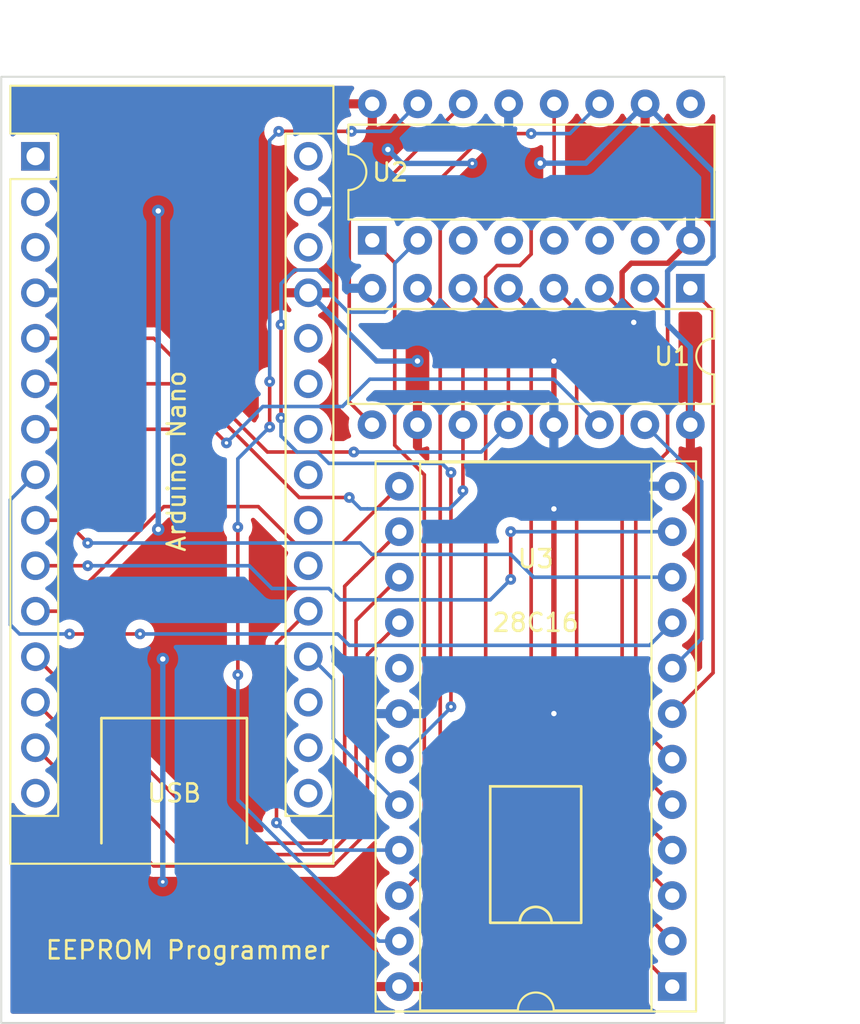
<source format=kicad_pcb>
(kicad_pcb (version 20211014) (generator pcbnew)
  (layers (0 "F.Cu" signal) (31 "B.Cu" signal) (34 "B.Paste" user) (35 "F.Paste" user) (36 "B.SilkS" user "B.Silkscreen") (37 "F.SilkS" user "F.Silkscreen") (38 "B.Mask" user) (39 "F.Mask" user) (44 "Edge.Cuts" user))
  (net 0 "")
  (net 4 "GND")
  (net 5 "/clk")
  (net 6 "/latch")
  (net 7 "/data")
  (net 8 "/D0")
  (net 9 "/D1")
  (net 10 "/D2")
  (net 11 "/D3")
  (net 12 "/D4")
  (net 13 "/D5")
  (net 14 "/D6")
  (net 15 "/D7")
  (net 19 "/~{OE}")
  (net 20 "/~{WE}")
  (net 27 "VCC")
  (net 30 "/A1")
  (net 31 "/A2")
  (net 32 "/A3")
  (net 33 "/A4")
  (net 34 "/A5")
  (net 35 "/A6")
  (net 36 "/A7")
  (net 37 "Net-(U1-Pad9)")
  (net 38 "/A0")
  (net 39 "/A9")
  (net 40 "/A10")
  (net 47 "/A8")
  (footprint "Module:Arduino_Nano" (layer "F.Cu") (at 148.717 63.246)
    (fp_text reference "Arduino Nano" (at 7.874 17.018 90) (layer "F.SilkS"))
    (fp_text value "Arduino_Nano_v2.x")
    (fp_line (start 13.97 -1.27) (end 16.64 -1.27) (layer "F.SilkS") (width 0.12))
    (fp_line (start -1.4 1.27) (end -1.4 39.5) (layer "F.SilkS") (width 0.12))
    (fp_line (start 13.97 -1.27) (end 13.97 36.83) (layer "F.SilkS") (width 0.12))
    (fp_line (start 16.64 -3.94) (end -1.4 -3.94) (layer "F.SilkS") (width 0.12))
    (fp_line (start -1.4 -3.94) (end -1.4 -1.27) (layer "F.SilkS") (width 0.12))
    (fp_line (start 1.27 -1.27) (end -1.4 -1.27) (layer "F.SilkS") (width 0.12))
    (fp_line (start 1.27 1.27) (end 1.27 36.83) (layer "F.SilkS") (width 0.12))
    (fp_line (start 16.64 39.5) (end 16.64 -3.94) (layer "F.SilkS") (width 0.12))
    (fp_line (start -1.4 39.5) (end 16.64 39.5) (layer "F.SilkS") (width 0.12))
    (fp_line (start 1.27 1.27) (end -1.4 1.27) (layer "F.SilkS") (width 0.12))
    (fp_line (start 1.27 36.83) (end -1.4 36.83) (layer "F.SilkS") (width 0.12))
    (fp_line (start 13.97 36.83) (end 16.64 36.83) (layer "F.SilkS") (width 0.12))
    (fp_line (start 1.27 1.27) (end 1.27 -1.27) (layer "F.SilkS") (width 0.12))
    (pad "1" thru_hole rect (at 0 0) (size 1.6 1.6) (drill 1) (layers *.Cu *.Mask))
    (pad "2" thru_hole oval (at 0 2.54) (size 1.6 1.6) (drill 1) (layers *.Cu *.Mask))
    (pad "3" thru_hole oval (at 0 5.08) (size 1.6 1.6) (drill 1) (layers *.Cu *.Mask))
    (pad "4" thru_hole oval (at 0 7.62) (size 1.6 1.6) (drill 1) (layers *.Cu *.Mask) (net 4 "GND"))
    (pad "5" thru_hole oval (at 0 10.16) (size 1.6 1.6) (drill 1) (layers *.Cu *.Mask) (net 5 "/clk"))
    (pad "6" thru_hole oval (at 0 12.7) (size 1.6 1.6) (drill 1) (layers *.Cu *.Mask) (net 6 "/latch"))
    (pad "7" thru_hole oval (at 0 15.24) (size 1.6 1.6) (drill 1) (layers *.Cu *.Mask) (net 7 "/data"))
    (pad "8" thru_hole oval (at 0 17.78) (size 1.6 1.6) (drill 1) (layers *.Cu *.Mask) (net 8 "/D0"))
    (pad "9" thru_hole oval (at 0 20.32) (size 1.6 1.6) (drill 1) (layers *.Cu *.Mask) (net 9 "/D1"))
    (pad "10" thru_hole oval (at 0 22.86) (size 1.6 1.6) (drill 1) (layers *.Cu *.Mask) (net 10 "/D2"))
    (pad "11" thru_hole oval (at 0 25.4) (size 1.6 1.6) (drill 1) (layers *.Cu *.Mask) (net 11 "/D3"))
    (pad "12" thru_hole oval (at 0 27.94) (size 1.6 1.6) (drill 1) (layers *.Cu *.Mask) (net 12 "/D4"))
    (pad "13" thru_hole oval (at 0 30.48) (size 1.6 1.6) (drill 1) (layers *.Cu *.Mask) (net 13 "/D5"))
    (pad "14" thru_hole oval (at 0 33.02) (size 1.6 1.6) (drill 1) (layers *.Cu *.Mask) (net 14 "/D6"))
    (pad "15" thru_hole oval (at 0 35.56) (size 1.6 1.6) (drill 1) (layers *.Cu *.Mask) (net 15 "/D7"))
    (pad "16" thru_hole oval (at 15.24 35.56) (size 1.6 1.6) (drill 1) (layers *.Cu *.Mask))
    (pad "17" thru_hole oval (at 15.24 33.02) (size 1.6 1.6) (drill 1) (layers *.Cu *.Mask))
    (pad "18" thru_hole oval (at 15.24 30.48) (size 1.6 1.6) (drill 1) (layers *.Cu *.Mask))
    (pad "19" thru_hole oval (at 15.24 27.94) (size 1.6 1.6) (drill 1) (layers *.Cu *.Mask) (net 19 "/~{OE}"))
    (pad "20" thru_hole oval (at 15.24 25.4) (size 1.6 1.6) (drill 1) (layers *.Cu *.Mask) (net 20 "/~{WE}"))
    (pad "21" thru_hole oval (at 15.24 22.86) (size 1.6 1.6) (drill 1) (layers *.Cu *.Mask))
    (pad "22" thru_hole oval (at 15.24 20.32) (size 1.6 1.6) (drill 1) (layers *.Cu *.Mask))
    (pad "23" thru_hole oval (at 15.24 17.78) (size 1.6 1.6) (drill 1) (layers *.Cu *.Mask))
    (pad "24" thru_hole oval (at 15.24 15.24) (size 1.6 1.6) (drill 1) (layers *.Cu *.Mask))
    (pad "25" thru_hole oval (at 15.24 12.7) (size 1.6 1.6) (drill 1) (layers *.Cu *.Mask))
    (pad "26" thru_hole oval (at 15.24 10.16) (size 1.6 1.6) (drill 1) (layers *.Cu *.Mask))
    (pad "27" thru_hole oval (at 15.24 7.62) (size 1.6 1.6) (drill 1) (layers *.Cu *.Mask) (net 27 "VCC"))
    (pad "28" thru_hole oval (at 15.24 5.08) (size 1.6 1.6) (drill 1) (layers *.Cu *.Mask))
    (pad "29" thru_hole oval (at 15.24 2.54) (size 1.6 1.6) (drill 1) (layers *.Cu *.Mask) (net 4 "GND"))
    (pad "30" thru_hole oval (at 15.24 0) (size 1.6 1.6) (drill 1) (layers *.Cu *.Mask))
  )
  (footprint "Package_DIP:DIP-24_W15.24mm_Socket" (layer "F.Cu") (at 184.282 109.606 180)
    (fp_text reference "U3" (at 7.625 23.881) (layer "F.SilkS"))
    (fp_text value "28C16_EEPROM")
    (fp_line (start 6.62 -1.33) (end 1.16 -1.33) (layer "F.SilkS") (width 0.12))
    (fp_line (start -1.33 -1.39) (end -1.33 29.33) (layer "F.SilkS") (width 0.12))
    (fp_line (start 14.08 -1.33) (end 8.62 -1.33) (layer "F.SilkS") (width 0.12))
    (fp_line (start 1.16 29.27) (end 14.08 29.27) (layer "F.SilkS") (width 0.12))
    (fp_line (start 16.57 29.33) (end 16.57 -1.39) (layer "F.SilkS") (width 0.12))
    (fp_line (start 1.16 -1.33) (end 1.16 29.27) (layer "F.SilkS") (width 0.12))
    (fp_line (start -1.33 29.33) (end 16.57 29.33) (layer "F.SilkS") (width 0.12))
    (fp_line (start 14.08 29.27) (end 14.08 -1.33) (layer "F.SilkS") (width 0.12))
    (fp_line (start 16.57 -1.39) (end -1.33 -1.39) (layer "F.SilkS") (width 0.12))
    (fp_arc (start 8.62 -1.33) (mid 7.62 -0.33) (end 6.62 -1.33) (layer "F.SilkS") (width 0.12))
    (pad "1" thru_hole rect (at 0 0 180) (size 1.6 1.6) (drill 0.8) (layers *.Cu *.Mask) (net 36 "/A7"))
    (pad "2" thru_hole oval (at 0 2.54 180) (size 1.6 1.6) (drill 0.8) (layers *.Cu *.Mask) (net 35 "/A6"))
    (pad "3" thru_hole oval (at 0 5.08 180) (size 1.6 1.6) (drill 0.8) (layers *.Cu *.Mask) (net 34 "/A5"))
    (pad "4" thru_hole oval (at 0 7.62 180) (size 1.6 1.6) (drill 0.8) (layers *.Cu *.Mask) (net 33 "/A4"))
    (pad "5" thru_hole oval (at 0 10.16 180) (size 1.6 1.6) (drill 0.8) (layers *.Cu *.Mask) (net 32 "/A3"))
    (pad "6" thru_hole oval (at 0 12.7 180) (size 1.6 1.6) (drill 0.8) (layers *.Cu *.Mask) (net 31 "/A2"))
    (pad "7" thru_hole oval (at 0 15.24 180) (size 1.6 1.6) (drill 0.8) (layers *.Cu *.Mask) (net 30 "/A1"))
    (pad "8" thru_hole oval (at 0 17.78 180) (size 1.6 1.6) (drill 0.8) (layers *.Cu *.Mask) (net 38 "/A0"))
    (pad "9" thru_hole oval (at 0 20.32 180) (size 1.6 1.6) (drill 0.8) (layers *.Cu *.Mask) (net 8 "/D0"))
    (pad "10" thru_hole oval (at 0 22.86 180) (size 1.6 1.6) (drill 0.8) (layers *.Cu *.Mask) (net 9 "/D1"))
    (pad "11" thru_hole oval (at 0 25.4 180) (size 1.6 1.6) (drill 0.8) (layers *.Cu *.Mask) (net 10 "/D2"))
    (pad "12" thru_hole oval (at 0 27.94 180) (size 1.6 1.6) (drill 0.8) (layers *.Cu *.Mask) (net 4 "GND"))
    (pad "13" thru_hole oval (at 15.24 27.94 180) (size 1.6 1.6) (drill 0.8) (layers *.Cu *.Mask) (net 11 "/D3"))
    (pad "14" thru_hole oval (at 15.24 25.4 180) (size 1.6 1.6) (drill 0.8) (layers *.Cu *.Mask) (net 12 "/D4"))
    (pad "15" thru_hole oval (at 15.24 22.86 180) (size 1.6 1.6) (drill 0.8) (layers *.Cu *.Mask) (net 13 "/D5"))
    (pad "16" thru_hole oval (at 15.24 20.32 180) (size 1.6 1.6) (drill 0.8) (layers *.Cu *.Mask) (net 14 "/D6"))
    (pad "17" thru_hole oval (at 15.24 17.78 180) (size 1.6 1.6) (drill 0.8) (layers *.Cu *.Mask))
    (pad "18" thru_hole oval (at 15.24 15.24 180) (size 1.6 1.6) (drill 0.8) (layers *.Cu *.Mask) (net 4 "GND"))
    (pad "19" thru_hole oval (at 15.24 12.7 180) (size 1.6 1.6) (drill 0.8) (layers *.Cu *.Mask) (net 40 "/A10"))
    (pad "20" thru_hole oval (at 15.24 10.16 180) (size 1.6 1.6) (drill 0.8) (layers *.Cu *.Mask) (net 19 "/~{OE}"))
    (pad "21" thru_hole oval (at 15.24 7.62 180) (size 1.6 1.6) (drill 0.8) (layers *.Cu *.Mask) (net 20 "/~{WE}"))
    (pad "22" thru_hole oval (at 15.24 5.08 180) (size 1.6 1.6) (drill 0.8) (layers *.Cu *.Mask) (net 39 "/A9"))
    (pad "23" thru_hole oval (at 15.24 2.54 180) (size 1.6 1.6) (drill 0.8) (layers *.Cu *.Mask) (net 47 "/A8"))
    (pad "24" thru_hole oval (at 15.24 0 180) (size 1.6 1.6) (drill 0.8) (layers *.Cu *.Mask) (net 27 "VCC"))
  )
  (footprint "Package_DIP:DIP-16_W7.62mm" (layer "F.Cu") (at 167.528 67.935 90)
    (fp_text reference "U2" (at 3.8 1.001 180) (layer "F.SilkS"))
    (fp_text value "74HC595")
    (fp_line (start 6.46 -1.33) (end 4.81 -1.33) (layer "F.SilkS") (width 0.12))
    (fp_line (start 6.46 19.11) (end 6.46 -1.33) (layer "F.SilkS") (width 0.12))
    (fp_line (start 1.16 19.11) (end 6.46 19.11) (layer "F.SilkS") (width 0.12))
    (fp_line (start 2.81 -1.33) (end 1.16 -1.33) (layer "F.SilkS") (width 0.12))
    (fp_line (start 1.16 -1.33) (end 1.16 19.11) (layer "F.SilkS") (width 0.12))
    (fp_arc (start 4.81 -1.33) (mid 3.81 -0.33) (end 2.81 -1.33) (layer "F.SilkS") (width 0.12))
    (pad "1" thru_hole rect (at 0 0 90) (size 1.6 1.6) (drill 0.8) (layers *.Cu *.Mask) (net 39 "/A9"))
    (pad "2" thru_hole oval (at 0 2.54 90) (size 1.6 1.6) (drill 0.8) (layers *.Cu *.Mask) (net 40 "/A10"))
    (pad "3" thru_hole oval (at 0 5.08 90) (size 1.6 1.6) (drill 0.8) (layers *.Cu *.Mask))
    (pad "4" thru_hole oval (at 0 7.62 90) (size 1.6 1.6) (drill 0.8) (layers *.Cu *.Mask))
    (pad "5" thru_hole oval (at 0 10.16 90) (size 1.6 1.6) (drill 0.8) (layers *.Cu *.Mask))
    (pad "6" thru_hole oval (at 0 12.7 90) (size 1.6 1.6) (drill 0.8) (layers *.Cu *.Mask))
    (pad "7" thru_hole oval (at 0 15.24 90) (size 1.6 1.6) (drill 0.8) (layers *.Cu *.Mask))
    (pad "8" thru_hole oval (at 0 17.78 90) (size 1.6 1.6) (drill 0.8) (layers *.Cu *.Mask) (net 4 "GND"))
    (pad "9" thru_hole oval (at 7.62 17.78 90) (size 1.6 1.6) (drill 0.8) (layers *.Cu *.Mask))
    (pad "10" thru_hole oval (at 7.62 15.24 90) (size 1.6 1.6) (drill 0.8) (layers *.Cu *.Mask) (net 27 "VCC"))
    (pad "11" thru_hole oval (at 7.62 12.7 90) (size 1.6 1.6) (drill 0.8) (layers *.Cu *.Mask) (net 6 "/latch"))
    (pad "12" thru_hole oval (at 7.62 10.16 90) (size 1.6 1.6) (drill 0.8) (layers *.Cu *.Mask) (net 5 "/clk"))
    (pad "13" thru_hole oval (at 7.62 7.62 90) (size 1.6 1.6) (drill 0.8) (layers *.Cu *.Mask) (net 4 "GND"))
    (pad "14" thru_hole oval (at 7.62 5.08 90) (size 1.6 1.6) (drill 0.8) (layers *.Cu *.Mask) (net 37 "Net-(U1-Pad9)"))
    (pad "15" thru_hole oval (at 7.62 2.54 90) (size 1.6 1.6) (drill 0.8) (layers *.Cu *.Mask) (net 47 "/A8"))
    (pad "16" thru_hole oval (at 7.62 0 90) (size 1.6 1.6) (drill 0.8) (layers *.Cu *.Mask) (net 27 "VCC"))
  )
  (footprint "Package_DIP:DIP-16_W7.62mm" (layer "F.Cu") (at 185.293 70.612 -90)
    (fp_text reference "U1" (at 3.81 1.016 180) (layer "F.SilkS"))
    (fp_text value "74HC595")
    (fp_line (start 6.46 -1.33) (end 4.81 -1.33) (layer "F.SilkS") (width 0.12))
    (fp_line (start 1.16 19.11) (end 6.46 19.11) (layer "F.SilkS") (width 0.12))
    (fp_line (start 1.16 -1.33) (end 1.16 19.11) (layer "F.SilkS") (width 0.12))
    (fp_line (start 6.46 19.11) (end 6.46 -1.33) (layer "F.SilkS") (width 0.12))
    (fp_line (start 2.81 -1.33) (end 1.16 -1.33) (layer "F.SilkS") (width 0.12))
    (fp_arc (start 4.81 -1.33) (mid 3.81 -0.33) (end 2.81 -1.33) (layer "F.SilkS") (width 0.12))
    (pad "1" thru_hole rect (at 0 0 270) (size 1.6 1.6) (drill 0.8) (layers *.Cu *.Mask) (net 30 "/A1"))
    (pad "2" thru_hole oval (at 0 2.54 270) (size 1.6 1.6) (drill 0.8) (layers *.Cu *.Mask) (net 31 "/A2"))
    (pad "3" thru_hole oval (at 0 5.08 270) (size 1.6 1.6) (drill 0.8) (layers *.Cu *.Mask) (net 32 "/A3"))
    (pad "4" thru_hole oval (at 0 7.62 270) (size 1.6 1.6) (drill 0.8) (layers *.Cu *.Mask) (net 33 "/A4"))
    (pad "5" thru_hole oval (at 0 10.16 270) (size 1.6 1.6) (drill 0.8) (layers *.Cu *.Mask) (net 34 "/A5"))
    (pad "6" thru_hole oval (at 0 12.7 270) (size 1.6 1.6) (drill 0.8) (layers *.Cu *.Mask) (net 35 "/A6"))
    (pad "7" thru_hole oval (at 0 15.24 270) (size 1.6 1.6) (drill 0.8) (layers *.Cu *.Mask) (net 36 "/A7"))
    (pad "8" thru_hole oval (at 0 17.78 270) (size 1.6 1.6) (drill 0.8) (layers *.Cu *.Mask) (net 4 "GND"))
    (pad "9" thru_hole oval (at 7.62 17.78 270) (size 1.6 1.6) (drill 0.8) (layers *.Cu *.Mask) (net 37 "Net-(U1-Pad9)"))
    (pad "10" thru_hole oval (at 7.62 15.24 270) (size 1.6 1.6) (drill 0.8) (layers *.Cu *.Mask) (net 27 "VCC"))
    (pad "11" thru_hole oval (at 7.62 12.7 270) (size 1.6 1.6) (drill 0.8) (layers *.Cu *.Mask) (net 6 "/latch"))
    (pad "12" thru_hole oval (at 7.62 10.16 270) (size 1.6 1.6) (drill 0.8) (layers *.Cu *.Mask) (net 5 "/clk"))
    (pad "13" thru_hole oval (at 7.62 7.62 270) (size 1.6 1.6) (drill 0.8) (layers *.Cu *.Mask) (net 4 "GND"))
    (pad "14" thru_hole oval (at 7.62 5.08 270) (size 1.6 1.6) (drill 0.8) (layers *.Cu *.Mask) (net 7 "/data"))
    (pad "15" thru_hole oval (at 7.62 2.54 270) (size 1.6 1.6) (drill 0.8) (layers *.Cu *.Mask) (net 38 "/A0"))
    (pad "16" thru_hole oval (at 7.62 0 270) (size 1.6 1.6) (drill 0.8) (layers *.Cu *.Mask) (net 27 "VCC"))
  )
  (gr_rect (start 174.117 98.425) (end 179.197 106.045) (layer "F.SilkS") (width 0.15) (fill none))
  (gr_line (start 160.528 94.615) (end 160.528 101.6) (layer "F.SilkS") (width 0.15))
  (gr_arc (start 175.768 106.045) (mid 176.657 105.156) (end 177.546 106.045) (layer "F.SilkS") (width 0.15))
  (gr_line (start 152.4 94.615) (end 160.528 94.615) (layer "F.SilkS") (width 0.15))
  (gr_line (start 152.4 101.6) (end 152.4 94.615) (layer "F.SilkS") (width 0.15))
  (gr_rect (start 187.198 58.801) (end 146.812 111.633) (layer "Edge.Cuts") (width 0.1) (fill none))
  (gr_text "USB" (at 156.464 98.806) (layer "F.SilkS") (effects (font (size 1 1))))
  (gr_text "28C16\n" (at 176.657 89.281) (layer "F.SilkS") (effects (font (size 1 1))))
  (gr_text "EEPROM Programmer" (at 157.226 107.569) (layer "F.SilkS") (effects (font (size 1 1))))
  (segment (start 177.673 82.931) (end 177.673 94.361) (width 0.3) (layer "F.Cu") (net 4))
  (segment (start 182.1325 71.895783) (end 182.1325 72.517) (width 0.3) (layer "F.Cu") (net 4))
  (segment (start 177.673 78.232) (end 177.673 74.676) (width 0.3) (layer "F.Cu") (net 4))
  (segment (start 181.483 71.246282) (end 182.1325 71.895783) (width 0.3) (layer "F.Cu") (net 4))
  (segment (start 181.483 69.723) (end 181.483 71.246282) (width 0.3) (layer "F.Cu") (net 4))
  (segment (start 184.028 69.215) (end 181.991 69.215) (width 0.3) (layer "F.Cu") (net 4))
  (segment (start 185.308 67.935) (end 184.028 69.215) (width 0.3) (layer "F.Cu") (net 4))
  (segment (start 181.991 69.215) (end 181.483 69.723) (width 0.3) (layer "F.Cu") (net 4))
  (via (at 177.673 74.676) (size 0.7) (drill 0.3) (layers "F.Cu" "B.Cu") (net 4))
  (via (at 177.673 94.361) (size 0.7) (drill 0.3) (layers "F.Cu" "B.Cu") (net 4))
  (via (at 177.673 82.931) (size 0.7) (drill 0.3) (layers "F.Cu" "B.Cu") (net 4))
  (via (at 182.1325 72.517) (size 0.7) (drill 0.3) (layers "F.Cu" "B.Cu") (net 4))
  (segment (start 175.133 72.39) (end 175.133 78.232) (width 0.2) (layer "F.Cu") (net 5))
  (segment (start 177.688 60.315) (end 177.688 65.644) (width 0.2) (layer "F.Cu") (net 5))
  (segment (start 173.863 71.12) (end 175.133 72.39) (width 0.2) (layer "F.Cu") (net 5))
  (segment (start 175.768 69.342) (end 174.498 69.342) (width 0.2) (layer "F.Cu") (net 5))
  (segment (start 155.321 73.406) (end 161.671 79.756) (width 0.2) (layer "F.Cu") (net 5))
  (segment (start 177.688 65.644) (end 176.403 66.929) (width 0.2) (layer "F.Cu") (net 5))
  (segment (start 174.498 69.342) (end 173.863 69.977) (width 0.2) (layer "F.Cu") (net 5))
  (segment (start 148.717 73.406) (end 155.321 73.406) (width 0.2) (layer "F.Cu") (net 5))
  (segment (start 161.671 79.756) (end 166.497 79.756) (width 0.2) (layer "F.Cu") (net 5))
  (segment (start 176.403 66.929) (end 176.403 68.707) (width 0.2) (layer "F.Cu") (net 5))
  (segment (start 176.403 68.707) (end 175.768 69.342) (width 0.2) (layer "F.Cu") (net 5))
  (segment (start 173.863 69.977) (end 173.863 71.12) (width 0.2) (layer "F.Cu") (net 5))
  (via (at 166.497 79.756) (size 0.6) (drill 0.2) (layers "F.Cu" "B.Cu") (net 5))
  (segment (start 166.497 79.756) (end 173.609 79.756) (width 0.2) (layer "B.Cu") (net 5))
  (segment (start 173.609 79.756) (end 175.133 78.232) (width 0.2) (layer "B.Cu") (net 5))
  (segment (start 157.099 75.946) (end 163.449 82.296) (width 0.2) (layer "F.Cu") (net 6))
  (segment (start 171.323 71.247) (end 171.323 64.516) (width 0.2) (layer "F.Cu") (net 6))
  (segment (start 172.593 72.517) (end 171.323 71.247) (width 0.2) (layer "F.Cu") (net 6))
  (segment (start 172.593 78.232) (end 172.593 72.517) (width 0.2) (layer "F.Cu") (net 6))
  (segment (start 163.449 82.296) (end 166.243 82.296) (width 0.2) (layer "F.Cu") (net 6))
  (segment (start 148.717 75.946) (end 157.099 75.946) (width 0.2) (layer "F.Cu") (net 6))
  (segment (start 172.593 78.232) (end 172.593 81.915) (width 0.2) (layer "F.Cu") (net 6))
  (segment (start 171.323 64.516) (end 173.863 61.976) (width 0.2) (layer "F.Cu") (net 6))
  (segment (start 173.863 61.976) (end 176.403 61.976) (width 0.2) (layer "F.Cu") (net 6))
  (via (at 172.593 81.915) (size 0.6) (drill 0.2) (layers "F.Cu" "B.Cu") (net 6))
  (via (at 176.403 61.976) (size 0.6) (drill 0.2) (layers "F.Cu" "B.Cu") (net 6))
  (via (at 166.243 82.296) (size 0.6) (drill 0.2) (layers "F.Cu" "B.Cu") (net 6))
  (segment (start 172.593 81.915) (end 172.593 82.169) (width 0.2) (layer "B.Cu") (net 6))
  (segment (start 172.593 82.169) (end 171.831 82.931) (width 0.2) (layer "B.Cu") (net 6))
  (segment (start 166.878 82.931) (end 166.243 82.296) (width 0.2) (layer "B.Cu") (net 6))
  (segment (start 178.567 61.976) (end 180.228 60.315) (width 0.2) (layer "B.Cu") (net 6))
  (segment (start 176.403 61.976) (end 178.567 61.976) (width 0.2) (layer "B.Cu") (net 6))
  (segment (start 171.831 82.931) (end 168.402 82.931) (width 0.2) (layer "B.Cu") (net 6))
  (segment (start 167.64 82.931) (end 167.259 82.931) (width 0.2) (layer "B.Cu") (net 6))
  (segment (start 167.259 82.931) (end 166.878 82.931) (width 0.2) (layer "B.Cu") (net 6))
  (segment (start 168.402 82.931) (end 167.64 82.931) (width 0.2) (layer "B.Cu") (net 6))
  (segment (start 158.623 78.486) (end 148.717 78.486) (width 0.2) (layer "F.Cu") (net 7))
  (segment (start 159.385 79.248) (end 158.623 78.486) (width 0.2) (layer "F.Cu") (net 7))
  (via (at 159.385 79.248) (size 0.6) (drill 0.2) (layers "F.Cu" "B.Cu") (net 7))
  (segment (start 159.385 79.248) (end 161.417 77.216) (width 0.2) (layer "B.Cu") (net 7))
  (segment (start 177.673 75.692) (end 180.213 78.232) (width 0.2) (layer "B.Cu") (net 7))
  (segment (start 161.417 77.216) (end 165.862 77.216) (width 0.2) (layer "B.Cu") (net 7))
  (segment (start 165.862 77.216) (end 167.386 75.692) (width 0.2) (layer "B.Cu") (net 7))
  (segment (start 167.386 75.692) (end 177.673 75.692) (width 0.2) (layer "B.Cu") (net 7))
  (segment (start 150.622 89.916) (end 154.559 89.916) (width 0.2) (layer "F.Cu") (net 8))
  (via (at 154.559 89.916) (size 0.6) (drill 0.2) (layers "F.Cu" "B.Cu") (net 8))
  (via (at 150.622 89.916) (size 0.6) (drill 0.2) (layers "F.Cu" "B.Cu") (net 8))
  (segment (start 147.32 82.423) (end 147.32 89.408) (width 0.2) (layer "B.Cu") (net 8))
  (segment (start 148.717 81.026) (end 147.32 82.423) (width 0.2) (layer "B.Cu") (net 8))
  (segment (start 154.559 89.916) (end 165.608 89.916) (width 0.2) (layer "B.Cu") (net 8))
  (segment (start 147.32 89.408) (end 147.828 89.916) (width 0.2) (layer "B.Cu") (net 8))
  (segment (start 166.243 90.551) (end 183.017 90.551) (width 0.2) (layer "B.Cu") (net 8))
  (segment (start 183.017 90.551) (end 184.282 89.286) (width 0.2) (layer "B.Cu") (net 8))
  (segment (start 165.608 89.916) (end 166.243 90.551) (width 0.2) (layer "B.Cu") (net 8))
  (segment (start 147.828 89.916) (end 150.622 89.916) (width 0.2) (layer "B.Cu") (net 8))
  (segment (start 150.368 83.566) (end 148.717 83.566) (width 0.2) (layer "F.Cu") (net 9))
  (segment (start 151.638 84.836) (end 150.368 83.566) (width 0.2) (layer "F.Cu") (net 9))
  (via (at 151.638 84.836) (size 0.6) (drill 0.2) (layers "F.Cu" "B.Cu") (net 9))
  (segment (start 166.857056 84.836) (end 167.492056 85.471) (width 0.2) (layer "B.Cu") (net 9))
  (segment (start 151.892 84.836) (end 166.857056 84.836) (width 0.2) (layer "B.Cu") (net 9))
  (segment (start 167.492056 85.471) (end 175.26 85.471) (width 0.2) (layer "B.Cu") (net 9))
  (segment (start 175.26 85.471) (end 176.535 86.746) (width 0.2) (layer "B.Cu") (net 9))
  (segment (start 176.535 86.746) (end 184.282 86.746) (width 0.2) (layer "B.Cu") (net 9))
  (segment (start 151.892 84.836) (end 151.638 84.836) (width 0.2) (layer "B.Cu") (net 9))
  (segment (start 151.638 86.106) (end 148.717 86.106) (width 0.2) (layer "F.Cu") (net 10))
  (segment (start 175.26 84.328) (end 175.26 84.201) (width 0.2) (layer "F.Cu") (net 10))
  (segment (start 175.26 86.868) (end 175.26 84.328) (width 0.2) (layer "F.Cu") (net 10))
  (via (at 175.26 86.868) (size 0.6) (drill 0.2) (layers "F.Cu" "B.Cu") (net 10))
  (via (at 175.26 84.201) (size 0.6) (drill 0.2) (layers "F.Cu" "B.Cu") (net 10))
  (via (at 151.638 86.106) (size 0.6) (drill 0.2) (layers "F.Cu" "B.Cu") (net 10))
  (segment (start 165.1 87.376) (end 165.735 88.011) (width 0.2) (layer "B.Cu") (net 10))
  (segment (start 175.265 84.206) (end 184.282 84.206) (width 0.2) (layer "B.Cu") (net 10))
  (segment (start 160.655 86.106) (end 161.925 87.376) (width 0.2) (layer "B.Cu") (net 10))
  (segment (start 165.735 88.011) (end 174.117 88.011) (width 0.2) (layer "B.Cu") (net 10))
  (segment (start 174.117 88.011) (end 175.26 86.868) (width 0.2) (layer "B.Cu") (net 10))
  (segment (start 151.638 86.106) (end 160.655 86.106) (width 0.2) (layer "B.Cu") (net 10))
  (segment (start 175.26 84.201) (end 175.265 84.206) (width 0.2) (layer "B.Cu") (net 10))
  (segment (start 161.925 87.376) (end 165.1 87.376) (width 0.2) (layer "B.Cu") (net 10))
  (segment (start 155.8925 82.804) (end 161.163 82.804) (width 0.2) (layer "F.Cu") (net 11))
  (segment (start 163.195 84.836) (end 165.872 84.836) (width 0.2) (layer "F.Cu") (net 11))
  (segment (start 165.872 84.836) (end 169.042 81.666) (width 0.2) (layer "F.Cu") (net 11))
  (segment (start 150.0505 88.646) (end 155.8925 82.804) (width 0.2) (layer "F.Cu") (net 11))
  (segment (start 148.717 88.646) (end 150.0505 88.646) (width 0.2) (layer "F.Cu") (net 11))
  (segment (start 161.163 82.804) (end 163.195 84.836) (width 0.2) (layer "F.Cu") (net 11))
  (segment (start 166.624 86.614) (end 166.634 86.614) (width 0.2) (layer "F.Cu") (net 12))
  (segment (start 164.719 101.6) (end 165.989 100.33) (width 0.2) (layer "F.Cu") (net 12))
  (segment (start 166.634 86.614) (end 169.042 84.206) (width 0.2) (layer "F.Cu") (net 12))
  (segment (start 165.989 100.33) (end 165.989 87.249) (width 0.2) (layer "F.Cu") (net 12))
  (segment (start 165.989 87.249) (end 166.624 86.614) (width 0.2) (layer "F.Cu") (net 12))
  (segment (start 148.717 91.186) (end 159.131 101.6) (width 0.2) (layer "F.Cu") (net 12))
  (segment (start 159.131 101.6) (end 164.719 101.6) (width 0.2) (layer "F.Cu") (net 12))
  (segment (start 166.624 89.164) (end 166.624 100.711) (width 0.2) (layer "F.Cu") (net 13))
  (segment (start 169.042 86.746) (end 166.624 89.164) (width 0.2) (layer "F.Cu") (net 13))
  (segment (start 157.226 102.235) (end 148.717 93.726) (width 0.2) (layer "F.Cu") (net 13))
  (segment (start 166.624 100.711) (end 165.1 102.235) (width 0.2) (layer "F.Cu") (net 13))
  (segment (start 165.1 102.235) (end 157.226 102.235) (width 0.2) (layer "F.Cu") (net 13))
  (segment (start 155.321 102.87) (end 165.354 102.87) (width 0.2) (layer "F.Cu") (net 14))
  (segment (start 148.717 96.266) (end 155.321 102.87) (width 0.2) (layer "F.Cu") (net 14))
  (segment (start 167.259 91.069) (end 169.042 89.286) (width 0.2) (layer "F.Cu") (net 14))
  (segment (start 165.354 102.87) (end 167.259 100.965) (width 0.2) (layer "F.Cu") (net 14))
  (segment (start 167.259 100.965) (end 167.259 91.069) (width 0.2) (layer "F.Cu") (net 14))
  (segment (start 165.354 92.456) (end 165.354 95.758) (width 0.2) (layer "B.Cu") (net 19))
  (segment (start 163.957 91.186) (end 164.084 91.186) (width 0.2) (layer "B.Cu") (net 19))
  (segment (start 165.354 95.758) (end 169.042 99.446) (width 0.2) (layer "B.Cu") (net 19))
  (segment (start 164.084 91.186) (end 165.354 92.456) (width 0.2) (layer "B.Cu") (net 19))
  (segment (start 162.179 90.424) (end 162.179 100.457) (width 0.2) (layer "F.Cu") (net 20))
  (segment (start 163.957 88.646) (end 162.179 90.424) (width 0.2) (layer "F.Cu") (net 20))
  (via (at 162.179 100.457) (size 0.6) (drill 0.2) (layers "F.Cu" "B.Cu") (net 20))
  (segment (start 162.179 100.457) (end 163.708 101.986) (width 0.2) (layer "B.Cu") (net 20))
  (segment (start 163.708 101.986) (end 169.042 101.986) (width 0.2) (layer "B.Cu") (net 20))
  (segment (start 176.896233 63.641767) (end 176.911 63.627) (width 0.3) (layer "F.Cu") (net 27))
  (segment (start 155.575 91.059) (end 155.575 84.074) (width 0.3) (layer "F.Cu") (net 27))
  (segment (start 170.053 78.232) (end 170.053 74.676) (width 0.3) (layer "F.Cu") (net 27))
  (segment (start 173.115767 63.641767) (end 176.896233 63.641767) (width 0.3) (layer "F.Cu") (net 27))
  (segment (start 155.829 91.313) (end 155.575 91.059) (width 0.3) (layer "F.Cu") (net 27))
  (via (at 155.575 84.074) (size 0.7) (drill 0.3) (layers "F.Cu" "B.Cu") (net 27))
  (via (at 168.402 62.865) (size 0.7) (drill 0.3) (layers "F.Cu" "B.Cu") (net 27))
  (via (at 173.115767 63.641767) (size 0.6) (drill 0.2) (layers "F.Cu" "B.Cu") (net 27))
  (via (at 155.829 91.313) (size 0.7) (drill 0.3) (layers "F.Cu" "B.Cu") (net 27))
  (via (at 155.829 103.759) (size 0.6) (drill 0.2) (layers "F.Cu" "B.Cu") (net 27))
  (via (at 155.575 66.294) (size 0.7) (drill 0.3) (layers "F.Cu" "B.Cu") (net 27))
  (via (at 170.053 74.676) (size 0.7) (drill 0.3) (layers "F.Cu" "B.Cu") (net 27))
  (via (at 176.911 63.627) (size 0.7) (drill 0.3) (layers "F.Cu" "B.Cu") (net 27))
  (segment (start 184.4675 69.215) (end 186.182 69.215) (width 0.3) (layer "B.Cu") (net 27))
  (segment (start 167.767 74.676) (end 163.957 70.866) (width 0.3) (layer "B.Cu") (net 27))
  (segment (start 186.182 69.215) (end 186.563 68.834) (width 0.3) (layer "B.Cu") (net 27))
  (segment (start 184.023 72.644) (end 184.023 69.6595) (width 0.3) (layer "B.Cu") (net 27))
  (segment (start 176.911 63.627) (end 179.456 63.627) (width 0.3) (layer "B.Cu") (net 27))
  (segment (start 184.023 69.6595) (end 184.4675 69.215) (width 0.3) (layer "B.Cu") (net 27))
  (segment (start 170.053 74.676) (end 167.767 74.676) (width 0.3) (layer "B.Cu") (net 27))
  (segment (start 185.293 73.914) (end 184.023 72.644) (width 0.3) (layer "B.Cu") (net 27))
  (segment (start 169.178767 63.641767) (end 168.402 62.865) (width 0.3) (layer "B.Cu") (net 27))
  (segment (start 155.575 84.074) (end 155.575 66.294) (width 0.3) (layer "B.Cu") (net 27))
  (segment (start 186.563 64.11) (end 182.768 60.315) (width 0.3) (layer "B.Cu") (net 27))
  (segment (start 179.456 63.627) (end 182.768 60.315) (width 0.3) (layer "B.Cu") (net 27))
  (segment (start 185.293 78.232) (end 185.293 73.914) (width 0.3) (layer "B.Cu") (net 27))
  (segment (start 186.563 68.834) (end 186.563 64.11) (width 0.3) (layer "B.Cu") (net 27))
  (segment (start 155.829 103.759) (end 155.829 91.313) (width 0.3) (layer "B.Cu") (net 27))
  (segment (start 173.115767 63.641767) (end 169.178767 63.641767) (width 0.3) (layer "B.Cu") (net 27))
  (segment (start 186.563 71.882) (end 186.563 92.085) (width 0.2) (layer "F.Cu") (net 30))
  (segment (start 185.293 70.612) (end 186.563 71.882) (width 0.2) (layer "F.Cu") (net 30))
  (segment (start 186.563 92.085) (end 184.282 94.366) (width 0.2) (layer "F.Cu") (net 30))
  (segment (start 182.245 94.869) (end 184.282 96.906) (width 0.2) (layer "F.Cu") (net 31))
  (segment (start 184.023 79.756) (end 182.245 81.534) (width 0.2) (layer "F.Cu") (net 31))
  (segment (start 182.245 81.534) (end 182.245 94.869) (width 0.2) (layer "F.Cu") (net 31))
  (segment (start 182.753 70.612) (end 184.023 71.882) (width 0.2) (layer "F.Cu") (net 31))
  (segment (start 184.023 71.882) (end 184.023 79.756) (width 0.2) (layer "F.Cu") (net 31))
  (segment (start 181.483 96.647) (end 184.282 99.446) (width 0.2) (layer "F.Cu") (net 32))
  (segment (start 180.213 70.612) (end 181.483 71.882) (width 0.2) (layer "F.Cu") (net 32))
  (segment (start 181.483 71.882) (end 181.483 96.647) (width 0.2) (layer "F.Cu") (net 32))
  (segment (start 178.943 96.647) (end 178.943 71.882) (width 0.2) (layer "F.Cu") (net 33))
  (segment (start 184.282 101.986) (end 178.943 96.647) (width 0.2) (layer "F.Cu") (net 33))
  (segment (start 178.943 71.882) (end 177.673 70.612) (width 0.2) (layer "F.Cu") (net 33))
  (segment (start 175.133 70.612) (end 176.403 71.882) (width 0.2) (layer "F.Cu") (net 34))
  (segment (start 176.403 96.647) (end 184.282 104.526) (width 0.2) (layer "F.Cu") (net 34))
  (segment (start 176.403 71.882) (end 176.403 96.647) (width 0.2) (layer "F.Cu") (net 34))
  (segment (start 173.863 96.647) (end 184.282 107.066) (width 0.2) (layer "F.Cu") (net 35))
  (segment (start 173.863 71.882) (end 173.863 96.647) (width 0.2) (layer "F.Cu") (net 35))
  (segment (start 172.593 70.612) (end 173.863 71.882) (width 0.2) (layer "F.Cu") (net 35))
  (segment (start 171.323 96.647) (end 171.323 71.882) (width 0.2) (layer "F.Cu") (net 36))
  (segment (start 184.282 109.606) (end 171.323 96.647) (width 0.2) (layer "F.Cu") (net 36))
  (segment (start 171.323 71.882) (end 170.053 70.612) (width 0.2) (layer "F.Cu") (net 36))
  (segment (start 172.608 60.315) (end 166.243 66.68) (width 0.2) (layer "F.Cu") (net 37))
  (segment (start 166.243 76.962) (end 167.513 78.232) (width 0.2) (layer "F.Cu") (net 37))
  (segment (start 166.243 66.68) (end 166.243 76.962) (width 0.2) (layer "F.Cu") (net 37))
  (segment (start 182.753 78.232) (end 185.928 81.407) (width 0.2) (layer "B.Cu") (net 38))
  (segment (start 185.928 81.407) (end 185.928 90.18) (width 0.2) (layer "B.Cu") (net 38))
  (segment (start 185.928 90.18) (end 184.282 91.826) (width 0.2) (layer "B.Cu") (net 38))
  (segment (start 170.434 81.026) (end 170.434 103.134) (width 0.2) (layer "F.Cu") (net 39))
  (segment (start 168.783 69.19) (end 168.783 79.375) (width 0.2) (layer "F.Cu") (net 39))
  (segment (start 167.528 67.935) (end 168.783 69.19) (width 0.2) (layer "F.Cu") (net 39))
  (segment (start 168.783 79.375) (end 170.434 81.026) (width 0.2) (layer "F.Cu") (net 39))
  (segment (start 170.434 103.134) (end 169.042 104.526) (width 0.2) (layer "F.Cu") (net 39))
  (segment (start 162.433 77.851) (end 162.433 72.644) (width 0.2) (layer "F.Cu") (net 40))
  (segment (start 171.9225 93.98) (end 171.9225 80.899) (width 0.2) (layer "F.Cu") (net 40))
  (via (at 171.9225 93.98) (size 0.6) (drill 0.2) (layers "F.Cu" "B.Cu") (net 40))
  (via (at 162.433 72.644) (size 0.6) (drill 0.2) (layers "F.Cu" "B.Cu") (net 40))
  (via (at 171.9225 80.899) (size 0.6) (drill 0.2) (layers "F.Cu" "B.Cu") (net 40))
  (via (at 162.433 77.851) (size 0.6) (drill 0.2) (layers "F.Cu" "B.Cu") (net 40))
  (segment (start 171.4145 80.391) (end 171.9225 80.899) (width 0.2) (layer "B.Cu") (net 40))
  (segment (start 163.195 69.596) (end 162.433 70.358) (width 0.2) (layer "B.Cu") (net 40))
  (segment (start 170.068 67.935) (end 168.788 69.215) (width 0.2) (layer "B.Cu") (net 40))
  (segment (start 164.465 69.596) (end 163.195 69.596) (width 0.2) (layer "B.Cu") (net 40))
  (segment (start 162.433 78.867) (end 163.322 79.756) (width 0.2) (layer "B.Cu") (net 40))
  (segment (start 164.465 79.756) (end 165.1 80.391) (width 0.2) (layer "B.Cu") (net 40))
  (segment (start 171.9225 93.98) (end 171.9225 94.0255) (width 0.2) (layer "B.Cu") (net 40))
  (segment (start 168.2115 71.9455) (end 166.1795 71.9455) (width 0.2) (layer "B.Cu") (net 40))
  (segment (start 165.1 80.391) (end 171.4145 80.391) (width 0.2) (layer "B.Cu") (net 40))
  (segment (start 165.227 70.993) (end 165.227 70.358) (width 0.2) (layer "B.Cu") (net 40))
  (segment (start 163.322 79.756) (end 164.465 79.756) (width 0.2) (layer "B.Cu") (net 40))
  (segment (start 168.788 69.215) (end 168.788 71.369) (width 0.2) (layer "B.Cu") (net 40))
  (segment (start 165.227 70.358) (end 164.465 69.596) (width 0.2) (layer "B.Cu") (net 40))
  (segment (start 171.9225 94.0255) (end 169.042 96.906) (width 0.2) (layer "B.Cu") (net 40))
  (segment (start 162.433 70.358) (end 162.433 72.644) (width 0.2) (layer "B.Cu") (net 40))
  (segment (start 162.433 77.851) (end 162.433 78.867) (width 0.2) (layer "B.Cu") (net 40))
  (segment (start 168.788 71.369) (end 168.2115 71.9455) (width 0.2) (layer "B.Cu") (net 40))
  (segment (start 166.1795 71.9455) (end 165.227 70.993) (width 0.2) (layer "B.Cu") (net 40))
  (segment (start 166.37 61.849) (end 162.306 61.849) (width 0.2) (layer "F.Cu") (net 47))
  (segment (start 160.02 83.947) (end 160.02 92.202) (width 0.2) (layer "F.Cu") (net 47))
  (segment (start 161.798 75.819) (end 161.798 78.359) (width 0.2) (layer "F.Cu") (net 47))
  (via (at 160.02 92.202) (size 0.6) (drill 0.2) (layers "F.Cu" "B.Cu") (net 47))
  (via (at 160.02 83.947) (size 0.6) (drill 0.2) (layers "F.Cu" "B.Cu") (net 47))
  (via (at 161.798 75.819) (size 0.6) (drill 0.2) (layers "F.Cu" "B.Cu") (net 47))
  (via (at 166.37 61.849) (size 0.6) (drill 0.2) (layers "F.Cu" "B.Cu") (net 47))
  (via (at 161.798 78.359) (size 0.6) (drill 0.2) (layers "F.Cu" "B.Cu") (net 47))
  (via (at 162.306 61.849) (size 0.6) (drill 0.2) (layers "F.Cu" "B.Cu") (net 47))
  (segment (start 168.534 61.849) (end 170.068 60.315) (width 0.2) (layer "B.Cu") (net 47))
  (segment (start 161.798 62.357) (end 162.306 61.849) (width 0.2) (layer "B.Cu") (net 47))
  (segment (start 167.91063 107.066) (end 169.042 107.066) (width 0.2) (layer "B.Cu") (net 47))
  (segment (start 161.798 78.359) (end 160.02 80.137) (width 0.2) (layer "B.Cu") (net 47))
  (segment (start 160.02 80.137) (end 160.02 83.947) (width 0.2) (layer "B.Cu") (net 47))
  (segment (start 160.02 99.17537) (end 167.91063 107.066) (width 0.2) (layer "B.Cu") (net 47))
  (segment (start 160.02 92.202) (end 160.02 99.17537) (width 0.2) (layer "B.Cu") (net 47))
  (segment (start 166.37 61.849) (end 168.534 61.849) (width 0.2) (layer "B.Cu") (net 47))
  (segment (start 161.798 75.819) (end 161.798 62.357) (width 0.2) (layer "B.Cu") (net 47))
  (zone (net 27) (net_name "VCC") (layer "F.Cu") (connect_pads (clearance 0.508)) (min_thickness 0.254) (fill yes (thermal_gap 0.508) (thermal_bridge_width 0.508))
    (polygon (pts (xy 187.198 111.633) (xy 146.812 111.633) (xy 146.812 58.801) (xy 187.198 58.801)))
  )
  (zone (net 4) (net_name "GND") (layer "B.Cu") (connect_pads (clearance 0.508)) (min_thickness 0.254) (fill yes (thermal_gap 0.508) (thermal_bridge_width 0.508))
    (polygon (pts (xy 187.198 111.633) (xy 146.812 111.633) (xy 146.812 58.801) (xy 187.198 58.801)))
  )
)
</source>
